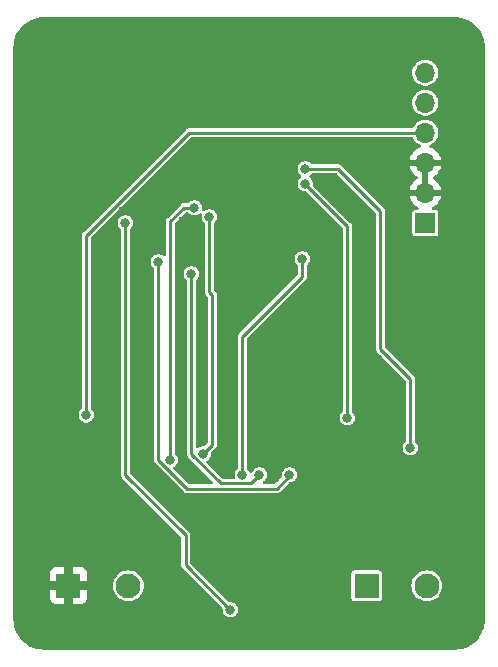
<source format=gbr>
G04 #@! TF.GenerationSoftware,KiCad,Pcbnew,7.0.10*
G04 #@! TF.CreationDate,2024-03-18T19:26:52+01:00*
G04 #@! TF.ProjectId,CanLite,43616e4c-6974-4652-9e6b-696361645f70,rev?*
G04 #@! TF.SameCoordinates,Original*
G04 #@! TF.FileFunction,Copper,L2,Bot*
G04 #@! TF.FilePolarity,Positive*
%FSLAX46Y46*%
G04 Gerber Fmt 4.6, Leading zero omitted, Abs format (unit mm)*
G04 Created by KiCad (PCBNEW 7.0.10) date 2024-03-18 19:26:52*
%MOMM*%
%LPD*%
G01*
G04 APERTURE LIST*
G04 #@! TA.AperFunction,ComponentPad*
%ADD10R,1.700000X1.700000*%
G04 #@! TD*
G04 #@! TA.AperFunction,ComponentPad*
%ADD11O,1.700000X1.700000*%
G04 #@! TD*
G04 #@! TA.AperFunction,ComponentPad*
%ADD12R,2.100000X2.100000*%
G04 #@! TD*
G04 #@! TA.AperFunction,ComponentPad*
%ADD13C,2.100000*%
G04 #@! TD*
G04 #@! TA.AperFunction,ViaPad*
%ADD14C,0.800000*%
G04 #@! TD*
G04 #@! TA.AperFunction,ViaPad*
%ADD15C,0.600000*%
G04 #@! TD*
G04 #@! TA.AperFunction,Conductor*
%ADD16C,0.250000*%
G04 #@! TD*
G04 APERTURE END LIST*
D10*
X136906000Y-68834000D03*
D11*
X136906000Y-66294000D03*
X136906000Y-63754000D03*
X136906000Y-61214000D03*
X136906000Y-58674000D03*
X136906000Y-56134000D03*
D12*
X131950000Y-99568000D03*
D13*
X137030000Y-99568000D03*
D12*
X106680000Y-99568000D03*
D13*
X111760000Y-99568000D03*
D14*
X108204000Y-85100000D03*
D15*
X141000000Y-69750000D03*
X141000000Y-91750000D03*
X141000000Y-79750000D03*
X141000000Y-85750000D03*
X141000000Y-63750000D03*
X141000000Y-61750000D03*
X141000000Y-83750000D03*
X141000000Y-89750000D03*
X141000000Y-77750000D03*
X141000000Y-101750000D03*
X141000000Y-97750000D03*
X141000000Y-67750000D03*
X141000000Y-95750000D03*
X141000000Y-99750000D03*
X141000000Y-73750000D03*
X141000000Y-65750000D03*
X141000000Y-87750000D03*
X141000000Y-93750000D03*
X141000000Y-81750000D03*
X141000000Y-71750000D03*
X111000000Y-103750000D03*
X137000000Y-103750000D03*
X131000000Y-103750000D03*
X135000000Y-103750000D03*
X105000000Y-103750000D03*
X133000000Y-103750000D03*
X140800000Y-103500000D03*
X113000000Y-103750000D03*
X139000000Y-103750000D03*
X129000000Y-103750000D03*
X107000000Y-103750000D03*
X115000000Y-103750000D03*
X109000000Y-103750000D03*
X135750000Y-52250000D03*
X139750000Y-52250000D03*
X133750000Y-52250000D03*
X103000000Y-59750000D03*
X103000000Y-57750000D03*
X103000000Y-55750000D03*
X103000000Y-53750000D03*
X141000000Y-59750000D03*
X141000000Y-55750000D03*
X141000000Y-53750000D03*
X141000000Y-57750000D03*
X111750000Y-60800000D03*
X113750000Y-70750000D03*
X111250000Y-67750000D03*
X108000000Y-60750000D03*
X129600000Y-97300000D03*
X141000000Y-75700000D03*
X129500000Y-76600000D03*
X119500000Y-72500000D03*
X103000000Y-87750000D03*
X110500000Y-77000000D03*
X124200000Y-60300000D03*
X109900000Y-82900000D03*
X111000000Y-60800000D03*
X114250000Y-102000000D03*
X103000000Y-93750000D03*
X109900000Y-83500000D03*
X103000000Y-75750000D03*
X105200000Y-79200000D03*
X114250000Y-99750000D03*
X115100000Y-52700000D03*
X108200000Y-52200000D03*
X104000000Y-79200000D03*
X107100000Y-75000000D03*
X103000000Y-83750000D03*
X103000000Y-99750000D03*
X103000000Y-89750000D03*
X121000000Y-57000000D03*
X106300000Y-52200000D03*
X132200000Y-52700000D03*
X103000000Y-101750000D03*
X109400000Y-52200000D03*
X109900000Y-82300000D03*
X104400000Y-88700000D03*
X103300000Y-103400000D03*
X103000000Y-61750000D03*
X106300000Y-87800000D03*
X103000000Y-69750000D03*
X110900000Y-92800000D03*
X129600000Y-99500000D03*
X103000000Y-85750000D03*
X129600000Y-102000000D03*
X105000000Y-88700000D03*
X103000000Y-91750000D03*
X103000000Y-73750000D03*
X103800000Y-88700000D03*
D14*
X124206000Y-90424000D03*
D15*
X103000000Y-97750000D03*
X114250000Y-97500000D03*
X111600000Y-52200000D03*
X117800000Y-60200000D03*
X104500000Y-52250000D03*
X114250000Y-95250000D03*
X137668000Y-52324000D03*
X109900000Y-84100000D03*
X104600000Y-79200000D03*
X103000000Y-63750000D03*
X121000000Y-63500000D03*
X135500000Y-80300000D03*
X103000000Y-67750000D03*
X103000000Y-95750000D03*
X103000000Y-71750000D03*
X116300000Y-68600000D03*
D14*
X117348000Y-94234000D03*
D15*
X110600000Y-52200000D03*
X103000000Y-77750000D03*
X134200000Y-88600000D03*
X128900000Y-52700000D03*
X103000000Y-65750000D03*
X103000000Y-79750000D03*
X133000000Y-80300000D03*
X109800000Y-86800000D03*
D14*
X122000000Y-75500000D03*
D15*
X103000000Y-81750000D03*
D14*
X130302000Y-85344000D03*
X126746000Y-65532000D03*
X135636000Y-87884000D03*
X126746000Y-64262000D03*
X125405000Y-90170000D03*
X114300000Y-72136000D03*
X122855000Y-90170000D03*
X117094000Y-73152000D03*
X121412000Y-90170000D03*
X126492000Y-71882000D03*
X120396000Y-101600000D03*
X111506000Y-68834000D03*
X118110000Y-88392000D03*
X118618000Y-68326000D03*
X117348000Y-67564000D03*
X115316000Y-88900000D03*
D16*
X136906000Y-61214000D02*
X116902116Y-61214000D01*
X116902116Y-61214000D02*
X108204000Y-69912116D01*
X108204000Y-69912116D02*
X108204000Y-85100000D01*
X130302000Y-85344000D02*
X130302000Y-69088000D01*
X130302000Y-69088000D02*
X126746000Y-65532000D01*
X129549305Y-64262000D02*
X126746000Y-64262000D01*
X133085884Y-79502000D02*
X133085884Y-67798579D01*
X133085884Y-67798579D02*
X129549305Y-64262000D01*
X135636000Y-82052116D02*
X133085884Y-79502000D01*
X135636000Y-87884000D02*
X135636000Y-82052116D01*
X125405000Y-90250305D02*
X124310305Y-91345000D01*
X116735695Y-91345000D02*
X114300000Y-88909305D01*
X124310305Y-91345000D02*
X116735695Y-91345000D01*
X125405000Y-90170000D02*
X125405000Y-90250305D01*
X114300000Y-88909305D02*
X114300000Y-72136000D01*
X117094000Y-88401305D02*
X117094000Y-73152000D01*
X119587695Y-90895000D02*
X117094000Y-88401305D01*
X122855000Y-90170000D02*
X122130000Y-90895000D01*
X122130000Y-90895000D02*
X119587695Y-90895000D01*
X121412000Y-90170000D02*
X121412000Y-78486000D01*
X121412000Y-78486000D02*
X126492000Y-73406000D01*
X126492000Y-73406000D02*
X126492000Y-71882000D01*
X120396000Y-101600000D02*
X116623000Y-97827000D01*
X111506000Y-90170000D02*
X111506000Y-68834000D01*
X116623000Y-97827000D02*
X116623000Y-95287000D01*
X116623000Y-95287000D02*
X111506000Y-90170000D01*
X118872000Y-74930000D02*
X118872000Y-87630000D01*
X118618000Y-68326000D02*
X118618000Y-74676000D01*
X118872000Y-87630000D02*
X118110000Y-88392000D01*
X118618000Y-74676000D02*
X118872000Y-74930000D01*
X116452116Y-67564000D02*
X117348000Y-67564000D01*
X115316000Y-68700116D02*
X116452116Y-67564000D01*
X115316000Y-88900000D02*
X115316000Y-68700116D01*
G04 #@! TA.AperFunction,Conductor*
G36*
X116818763Y-67959502D02*
G01*
X116854339Y-67993926D01*
X116857517Y-67998530D01*
X116975760Y-68103283D01*
X117115635Y-68176696D01*
X117115636Y-68176696D01*
X117115638Y-68176697D01*
X117143240Y-68183500D01*
X117269015Y-68214500D01*
X117269017Y-68214500D01*
X117426983Y-68214500D01*
X117426985Y-68214500D01*
X117580365Y-68176696D01*
X117720240Y-68103283D01*
X117773571Y-68056035D01*
X117837822Y-68025836D01*
X117908203Y-68035167D01*
X117962366Y-68081067D01*
X117983115Y-68148964D01*
X117982204Y-68165536D01*
X117962722Y-68325995D01*
X117962722Y-68326003D01*
X117981761Y-68482815D01*
X117999457Y-68529473D01*
X118037780Y-68630523D01*
X118037781Y-68630525D01*
X118037782Y-68630526D01*
X118037783Y-68630529D01*
X118127516Y-68760529D01*
X118127522Y-68760535D01*
X118200052Y-68824790D01*
X118237778Y-68884934D01*
X118242500Y-68919103D01*
X118242500Y-74623989D01*
X118239818Y-74649846D01*
X118237632Y-74660267D01*
X118241532Y-74691546D01*
X118242495Y-74707057D01*
X118242499Y-74707113D01*
X118245915Y-74727584D01*
X118246665Y-74732732D01*
X118253133Y-74784621D01*
X118255383Y-74792180D01*
X118257934Y-74799611D01*
X118282813Y-74845583D01*
X118285195Y-74850210D01*
X118308173Y-74897210D01*
X118312755Y-74903627D01*
X118317576Y-74909822D01*
X118356069Y-74945257D01*
X118359826Y-74948863D01*
X118459595Y-75048632D01*
X118493621Y-75110944D01*
X118496500Y-75137727D01*
X118496500Y-87422270D01*
X118476498Y-87490391D01*
X118459595Y-87511365D01*
X118266365Y-87704595D01*
X118204053Y-87738621D01*
X118177270Y-87741500D01*
X118031012Y-87741500D01*
X117877638Y-87779302D01*
X117877634Y-87779304D01*
X117737759Y-87852717D01*
X117679053Y-87904726D01*
X117614799Y-87934926D01*
X117544419Y-87925594D01*
X117490256Y-87879693D01*
X117469508Y-87811796D01*
X117469500Y-87810413D01*
X117469500Y-73745103D01*
X117489502Y-73676982D01*
X117511948Y-73650790D01*
X117584477Y-73586535D01*
X117584483Y-73586530D01*
X117665840Y-73468664D01*
X117674216Y-73456529D01*
X117674216Y-73456528D01*
X117674220Y-73456523D01*
X117730237Y-73308818D01*
X117730237Y-73308817D01*
X117730238Y-73308815D01*
X117749278Y-73152003D01*
X117749278Y-73151996D01*
X117730238Y-72995184D01*
X117722392Y-72974498D01*
X117674220Y-72847477D01*
X117674216Y-72847472D01*
X117674216Y-72847470D01*
X117584483Y-72717470D01*
X117584481Y-72717468D01*
X117466240Y-72612717D01*
X117326365Y-72539304D01*
X117326361Y-72539302D01*
X117172987Y-72501500D01*
X117172985Y-72501500D01*
X117015015Y-72501500D01*
X117015012Y-72501500D01*
X116861638Y-72539302D01*
X116861634Y-72539304D01*
X116721759Y-72612717D01*
X116603518Y-72717468D01*
X116603516Y-72717470D01*
X116513783Y-72847470D01*
X116513782Y-72847473D01*
X116457761Y-72995184D01*
X116438722Y-73151996D01*
X116438722Y-73152003D01*
X116457761Y-73308815D01*
X116485771Y-73382670D01*
X116513780Y-73456523D01*
X116513781Y-73456525D01*
X116513782Y-73456526D01*
X116513783Y-73456529D01*
X116603516Y-73586529D01*
X116603522Y-73586535D01*
X116676052Y-73650790D01*
X116713778Y-73710934D01*
X116718500Y-73745103D01*
X116718500Y-88349294D01*
X116715818Y-88375151D01*
X116713632Y-88385572D01*
X116717532Y-88416851D01*
X116718495Y-88432362D01*
X116718499Y-88432418D01*
X116721915Y-88452889D01*
X116722665Y-88458037D01*
X116729133Y-88509926D01*
X116731383Y-88517485D01*
X116733934Y-88524916D01*
X116758813Y-88570888D01*
X116761195Y-88575515D01*
X116784173Y-88622515D01*
X116788755Y-88628932D01*
X116793576Y-88635127D01*
X116832069Y-88670562D01*
X116835826Y-88674168D01*
X118916063Y-90754405D01*
X118950089Y-90816717D01*
X118945024Y-90887532D01*
X118902477Y-90944368D01*
X118835957Y-90969179D01*
X118826968Y-90969500D01*
X116943422Y-90969500D01*
X116875301Y-90949498D01*
X116854327Y-90932595D01*
X115594727Y-89672995D01*
X115560701Y-89610683D01*
X115565766Y-89539868D01*
X115608313Y-89483032D01*
X115625252Y-89472341D01*
X115688240Y-89439283D01*
X115806483Y-89334530D01*
X115896220Y-89204523D01*
X115952237Y-89056818D01*
X115952237Y-89056817D01*
X115952238Y-89056815D01*
X115971278Y-88900003D01*
X115971278Y-88899996D01*
X115952238Y-88743184D01*
X115934544Y-88696529D01*
X115896220Y-88595477D01*
X115896216Y-88595472D01*
X115896216Y-88595470D01*
X115806483Y-88465470D01*
X115806481Y-88465468D01*
X115733947Y-88401209D01*
X115696221Y-88341065D01*
X115691500Y-88306896D01*
X115691500Y-68907843D01*
X115711502Y-68839722D01*
X115728405Y-68818748D01*
X116570748Y-67976405D01*
X116633060Y-67942379D01*
X116659843Y-67939500D01*
X116750642Y-67939500D01*
X116818763Y-67959502D01*
G37*
G04 #@! TD.AperFunction*
G04 #@! TA.AperFunction,Conductor*
G36*
X137160000Y-65860325D02*
G01*
X137048315Y-65809320D01*
X136941763Y-65794000D01*
X136870237Y-65794000D01*
X136763685Y-65809320D01*
X136652000Y-65860325D01*
X136652000Y-64187674D01*
X136763685Y-64238680D01*
X136870237Y-64254000D01*
X136941763Y-64254000D01*
X137048315Y-64238680D01*
X137160000Y-64187674D01*
X137160000Y-65860325D01*
G37*
G04 #@! TD.AperFunction*
G04 #@! TA.AperFunction,Conductor*
G36*
X139403525Y-51425697D02*
G01*
X139681190Y-51441291D01*
X139695226Y-51442872D01*
X139965912Y-51488864D01*
X139979670Y-51492004D01*
X140243507Y-51568014D01*
X140256841Y-51572680D01*
X140510496Y-51677748D01*
X140523226Y-51683879D01*
X140763519Y-51816684D01*
X140775484Y-51824201D01*
X140999404Y-51983081D01*
X141010451Y-51991891D01*
X141215169Y-52174839D01*
X141225160Y-52184830D01*
X141408108Y-52389548D01*
X141416918Y-52400595D01*
X141575798Y-52624515D01*
X141583315Y-52636480D01*
X141716120Y-52876773D01*
X141722251Y-52889503D01*
X141827319Y-53143158D01*
X141831986Y-53156495D01*
X141907993Y-53420321D01*
X141911137Y-53434096D01*
X141957126Y-53704771D01*
X141958708Y-53718812D01*
X141974302Y-53996474D01*
X141974500Y-54003539D01*
X141974500Y-102396460D01*
X141974302Y-102403525D01*
X141958708Y-102681187D01*
X141957126Y-102695228D01*
X141911137Y-102965903D01*
X141907993Y-102979678D01*
X141831986Y-103243504D01*
X141827319Y-103256841D01*
X141722251Y-103510496D01*
X141716120Y-103523226D01*
X141583315Y-103763519D01*
X141575798Y-103775484D01*
X141416918Y-103999404D01*
X141408108Y-104010451D01*
X141225160Y-104215169D01*
X141215169Y-104225160D01*
X141010451Y-104408108D01*
X140999404Y-104416918D01*
X140775484Y-104575798D01*
X140763519Y-104583315D01*
X140523226Y-104716120D01*
X140510496Y-104722251D01*
X140256841Y-104827319D01*
X140243504Y-104831986D01*
X139979678Y-104907993D01*
X139965903Y-104911137D01*
X139695228Y-104957126D01*
X139681187Y-104958708D01*
X139403526Y-104974302D01*
X139396461Y-104974500D01*
X104603539Y-104974500D01*
X104596474Y-104974302D01*
X104318812Y-104958708D01*
X104304771Y-104957126D01*
X104034096Y-104911137D01*
X104020321Y-104907993D01*
X103756495Y-104831986D01*
X103743158Y-104827319D01*
X103489503Y-104722251D01*
X103476773Y-104716120D01*
X103236480Y-104583315D01*
X103224515Y-104575798D01*
X103000595Y-104416918D01*
X102989548Y-104408108D01*
X102784830Y-104225160D01*
X102774839Y-104215169D01*
X102591891Y-104010451D01*
X102583081Y-103999404D01*
X102424201Y-103775484D01*
X102416684Y-103763519D01*
X102283879Y-103523226D01*
X102277748Y-103510496D01*
X102172680Y-103256841D01*
X102168013Y-103243504D01*
X102092004Y-102979670D01*
X102088864Y-102965912D01*
X102042872Y-102695226D01*
X102041291Y-102681187D01*
X102025698Y-102403525D01*
X102025500Y-102396460D01*
X102025500Y-99968000D01*
X105122000Y-99968000D01*
X105122000Y-100666597D01*
X105128505Y-100727093D01*
X105179555Y-100863964D01*
X105179555Y-100863965D01*
X105267095Y-100980904D01*
X105384034Y-101068444D01*
X105520906Y-101119494D01*
X105581402Y-101125999D01*
X105581415Y-101126000D01*
X106280000Y-101126000D01*
X106280000Y-99968000D01*
X105122000Y-99968000D01*
X102025500Y-99968000D01*
X102025500Y-99605886D01*
X106126123Y-99605886D01*
X106156884Y-99753915D01*
X106226442Y-99888156D01*
X106329638Y-99998652D01*
X106458819Y-100077209D01*
X106604404Y-100118000D01*
X106717622Y-100118000D01*
X106829783Y-100102584D01*
X106968458Y-100042349D01*
X107059845Y-99968000D01*
X107080000Y-99968000D01*
X107080000Y-101126000D01*
X107778585Y-101126000D01*
X107778597Y-101125999D01*
X107839093Y-101119494D01*
X107975964Y-101068444D01*
X107975965Y-101068444D01*
X108092904Y-100980904D01*
X108180444Y-100863965D01*
X108180444Y-100863964D01*
X108231494Y-100727093D01*
X108237999Y-100666597D01*
X108238000Y-100666585D01*
X108238000Y-99968000D01*
X107080000Y-99968000D01*
X107059845Y-99968000D01*
X107085739Y-99946934D01*
X107172928Y-99823415D01*
X107223559Y-99680953D01*
X107231285Y-99568000D01*
X110454532Y-99568000D01*
X110474365Y-99794695D01*
X110533260Y-100014493D01*
X110533262Y-100014498D01*
X110629433Y-100220737D01*
X110759948Y-100407134D01*
X110759957Y-100407144D01*
X110920855Y-100568042D01*
X110920865Y-100568051D01*
X111107262Y-100698566D01*
X111107261Y-100698566D01*
X111144089Y-100715739D01*
X111313504Y-100794739D01*
X111533308Y-100853635D01*
X111760000Y-100873468D01*
X111986692Y-100853635D01*
X112206496Y-100794739D01*
X112412734Y-100698568D01*
X112458411Y-100666585D01*
X112599134Y-100568051D01*
X112599136Y-100568048D01*
X112599139Y-100568047D01*
X112760047Y-100407139D01*
X112890568Y-100220734D01*
X112986739Y-100014496D01*
X113045635Y-99794692D01*
X113065468Y-99568000D01*
X113045635Y-99341308D01*
X112986739Y-99121504D01*
X112890568Y-98915266D01*
X112890567Y-98915265D01*
X112890566Y-98915262D01*
X112760051Y-98728865D01*
X112760042Y-98728855D01*
X112599144Y-98567957D01*
X112599134Y-98567948D01*
X112412737Y-98437433D01*
X112412738Y-98437433D01*
X112206498Y-98341262D01*
X112206493Y-98341260D01*
X111986695Y-98282365D01*
X111760000Y-98262532D01*
X111533304Y-98282365D01*
X111313506Y-98341260D01*
X111313501Y-98341262D01*
X111107262Y-98437433D01*
X110920865Y-98567948D01*
X110920855Y-98567957D01*
X110759957Y-98728855D01*
X110759948Y-98728865D01*
X110629433Y-98915262D01*
X110533262Y-99121501D01*
X110533260Y-99121506D01*
X110474365Y-99341304D01*
X110454532Y-99568000D01*
X107231285Y-99568000D01*
X107233877Y-99530114D01*
X107203116Y-99382085D01*
X107133558Y-99247844D01*
X107030362Y-99137348D01*
X106901181Y-99058791D01*
X106755596Y-99018000D01*
X106642378Y-99018000D01*
X106530217Y-99033416D01*
X106391542Y-99093651D01*
X106274261Y-99189066D01*
X106187072Y-99312585D01*
X106136441Y-99455047D01*
X106126123Y-99605886D01*
X102025500Y-99605886D01*
X102025500Y-99168000D01*
X105122000Y-99168000D01*
X106280000Y-99168000D01*
X106280000Y-98010000D01*
X107080000Y-98010000D01*
X107080000Y-99168000D01*
X108238000Y-99168000D01*
X108238000Y-98469414D01*
X108237999Y-98469402D01*
X108231494Y-98408906D01*
X108180444Y-98272035D01*
X108180444Y-98272034D01*
X108092904Y-98155095D01*
X107975965Y-98067555D01*
X107839093Y-98016505D01*
X107778597Y-98010000D01*
X107080000Y-98010000D01*
X106280000Y-98010000D01*
X105581402Y-98010000D01*
X105520906Y-98016505D01*
X105384035Y-98067555D01*
X105384034Y-98067555D01*
X105267095Y-98155095D01*
X105179555Y-98272034D01*
X105179555Y-98272035D01*
X105128505Y-98408906D01*
X105122000Y-98469402D01*
X105122000Y-99168000D01*
X102025500Y-99168000D01*
X102025500Y-85100003D01*
X107548722Y-85100003D01*
X107567761Y-85256815D01*
X107595771Y-85330670D01*
X107623780Y-85404523D01*
X107623781Y-85404525D01*
X107623782Y-85404526D01*
X107623783Y-85404529D01*
X107690245Y-85500815D01*
X107713517Y-85534530D01*
X107831760Y-85639283D01*
X107971635Y-85712696D01*
X107971636Y-85712696D01*
X107971638Y-85712697D01*
X108048325Y-85731598D01*
X108125015Y-85750500D01*
X108125017Y-85750500D01*
X108282983Y-85750500D01*
X108282985Y-85750500D01*
X108436365Y-85712696D01*
X108576240Y-85639283D01*
X108694483Y-85534530D01*
X108784220Y-85404523D01*
X108840237Y-85256818D01*
X108840237Y-85256817D01*
X108840238Y-85256815D01*
X108859278Y-85100003D01*
X108859278Y-85099996D01*
X108840238Y-84943184D01*
X108827451Y-84909468D01*
X108784220Y-84795477D01*
X108784216Y-84795472D01*
X108784216Y-84795470D01*
X108694483Y-84665470D01*
X108694481Y-84665468D01*
X108621947Y-84601209D01*
X108584221Y-84541065D01*
X108579500Y-84506896D01*
X108579500Y-70119843D01*
X108599502Y-70051722D01*
X108616405Y-70030748D01*
X109813150Y-68834003D01*
X110850722Y-68834003D01*
X110869761Y-68990815D01*
X110887054Y-69036411D01*
X110925780Y-69138523D01*
X110925781Y-69138525D01*
X110925782Y-69138526D01*
X110925783Y-69138529D01*
X111015516Y-69268529D01*
X111015522Y-69268535D01*
X111088052Y-69332790D01*
X111125778Y-69392934D01*
X111130500Y-69427103D01*
X111130500Y-90117989D01*
X111127818Y-90143846D01*
X111125632Y-90154267D01*
X111129532Y-90185546D01*
X111130495Y-90201057D01*
X111130499Y-90201113D01*
X111133915Y-90221584D01*
X111134665Y-90226732D01*
X111141133Y-90278621D01*
X111143383Y-90286180D01*
X111145934Y-90293611D01*
X111170813Y-90339583D01*
X111173195Y-90344210D01*
X111196173Y-90391210D01*
X111200755Y-90397627D01*
X111205576Y-90403822D01*
X111244069Y-90439257D01*
X111247826Y-90442863D01*
X116210595Y-95405632D01*
X116244621Y-95467944D01*
X116247500Y-95494727D01*
X116247500Y-97774989D01*
X116244818Y-97800846D01*
X116242632Y-97811267D01*
X116246532Y-97842546D01*
X116247495Y-97858057D01*
X116247499Y-97858113D01*
X116250915Y-97878584D01*
X116251665Y-97883732D01*
X116258133Y-97935621D01*
X116260383Y-97943180D01*
X116262934Y-97950611D01*
X116287813Y-97996583D01*
X116290195Y-98001210D01*
X116313173Y-98048210D01*
X116317755Y-98054627D01*
X116322576Y-98060822D01*
X116361069Y-98096257D01*
X116364826Y-98099863D01*
X119710793Y-101445830D01*
X119744819Y-101508142D01*
X119746779Y-101550112D01*
X119740722Y-101599997D01*
X119740722Y-101600003D01*
X119759761Y-101756815D01*
X119787771Y-101830670D01*
X119815780Y-101904523D01*
X119815781Y-101904525D01*
X119815782Y-101904526D01*
X119815783Y-101904529D01*
X119905516Y-102034529D01*
X119905517Y-102034530D01*
X120023760Y-102139283D01*
X120163635Y-102212696D01*
X120163636Y-102212696D01*
X120163638Y-102212697D01*
X120240325Y-102231598D01*
X120317015Y-102250500D01*
X120317017Y-102250500D01*
X120474983Y-102250500D01*
X120474985Y-102250500D01*
X120628365Y-102212696D01*
X120768240Y-102139283D01*
X120886483Y-102034530D01*
X120976220Y-101904523D01*
X121032237Y-101756818D01*
X121032237Y-101756817D01*
X121032238Y-101756815D01*
X121051278Y-101600003D01*
X121051278Y-101599996D01*
X121032238Y-101443184D01*
X121024392Y-101422498D01*
X120976220Y-101295477D01*
X120976216Y-101295472D01*
X120976216Y-101295470D01*
X120886483Y-101165470D01*
X120886481Y-101165468D01*
X120768240Y-101060717D01*
X120628365Y-100987304D01*
X120628361Y-100987302D01*
X120474987Y-100949500D01*
X120474985Y-100949500D01*
X120328728Y-100949500D01*
X120260607Y-100929498D01*
X120239633Y-100912595D01*
X119969715Y-100642677D01*
X130649500Y-100642677D01*
X130664033Y-100715739D01*
X130664034Y-100715740D01*
X130719399Y-100798601D01*
X130802260Y-100853966D01*
X130875326Y-100868500D01*
X133024674Y-100868500D01*
X133097740Y-100853966D01*
X133180601Y-100798601D01*
X133235966Y-100715740D01*
X133250500Y-100642674D01*
X133250500Y-99568000D01*
X135724532Y-99568000D01*
X135744365Y-99794695D01*
X135803260Y-100014493D01*
X135803262Y-100014498D01*
X135899433Y-100220737D01*
X136029948Y-100407134D01*
X136029957Y-100407144D01*
X136190855Y-100568042D01*
X136190865Y-100568051D01*
X136377262Y-100698566D01*
X136377261Y-100698566D01*
X136414089Y-100715739D01*
X136583504Y-100794739D01*
X136803308Y-100853635D01*
X137030000Y-100873468D01*
X137256692Y-100853635D01*
X137476496Y-100794739D01*
X137682734Y-100698568D01*
X137728411Y-100666585D01*
X137869134Y-100568051D01*
X137869136Y-100568048D01*
X137869139Y-100568047D01*
X138030047Y-100407139D01*
X138160568Y-100220734D01*
X138256739Y-100014496D01*
X138315635Y-99794692D01*
X138335468Y-99568000D01*
X138315635Y-99341308D01*
X138256739Y-99121504D01*
X138160568Y-98915266D01*
X138160567Y-98915265D01*
X138160566Y-98915262D01*
X138030051Y-98728865D01*
X138030042Y-98728855D01*
X137869144Y-98567957D01*
X137869134Y-98567948D01*
X137682737Y-98437433D01*
X137682738Y-98437433D01*
X137476498Y-98341262D01*
X137476493Y-98341260D01*
X137256695Y-98282365D01*
X137030000Y-98262532D01*
X136803304Y-98282365D01*
X136583506Y-98341260D01*
X136583501Y-98341262D01*
X136377262Y-98437433D01*
X136190865Y-98567948D01*
X136190855Y-98567957D01*
X136029957Y-98728855D01*
X136029948Y-98728865D01*
X135899433Y-98915262D01*
X135803262Y-99121501D01*
X135803260Y-99121506D01*
X135744365Y-99341304D01*
X135724532Y-99568000D01*
X133250500Y-99568000D01*
X133250500Y-98493326D01*
X133235966Y-98420260D01*
X133180601Y-98337399D01*
X133125235Y-98300405D01*
X133097739Y-98282033D01*
X133024677Y-98267500D01*
X133024674Y-98267500D01*
X130875326Y-98267500D01*
X130875322Y-98267500D01*
X130802260Y-98282033D01*
X130719399Y-98337399D01*
X130664033Y-98420260D01*
X130649500Y-98493322D01*
X130649500Y-100642677D01*
X119969715Y-100642677D01*
X117035405Y-97708367D01*
X117001379Y-97646055D01*
X116998500Y-97619272D01*
X116998500Y-95339010D01*
X117001181Y-95313155D01*
X117003367Y-95302732D01*
X116999467Y-95271450D01*
X116998503Y-95255929D01*
X116998501Y-95255894D01*
X116998500Y-95255886D01*
X116995084Y-95235417D01*
X116994337Y-95230287D01*
X116987866Y-95178378D01*
X116987866Y-95178374D01*
X116987862Y-95178367D01*
X116985624Y-95170845D01*
X116983065Y-95163392D01*
X116983065Y-95163390D01*
X116958176Y-95117399D01*
X116955803Y-95112787D01*
X116932827Y-95065790D01*
X116928248Y-95059377D01*
X116923422Y-95053177D01*
X116884929Y-95017741D01*
X116881172Y-95014135D01*
X111918405Y-90051367D01*
X111884379Y-89989055D01*
X111881500Y-89962272D01*
X111881500Y-72136003D01*
X113644722Y-72136003D01*
X113663761Y-72292815D01*
X113691771Y-72366670D01*
X113719780Y-72440523D01*
X113719781Y-72440525D01*
X113719782Y-72440526D01*
X113719783Y-72440529D01*
X113809516Y-72570529D01*
X113809522Y-72570535D01*
X113882052Y-72634790D01*
X113919778Y-72694934D01*
X113924500Y-72729103D01*
X113924500Y-88857294D01*
X113921818Y-88883151D01*
X113919632Y-88893572D01*
X113923532Y-88924851D01*
X113924495Y-88940362D01*
X113924499Y-88940418D01*
X113927915Y-88960889D01*
X113928665Y-88966037D01*
X113935133Y-89017926D01*
X113937383Y-89025485D01*
X113939934Y-89032916D01*
X113964813Y-89078888D01*
X113967195Y-89083515D01*
X113990173Y-89130515D01*
X113994755Y-89136932D01*
X113999576Y-89143127D01*
X114038068Y-89178561D01*
X114041825Y-89182167D01*
X116433397Y-91573740D01*
X116449784Y-91593918D01*
X116455610Y-91602836D01*
X116480486Y-91622197D01*
X116492113Y-91632465D01*
X116492181Y-91632524D01*
X116509070Y-91644581D01*
X116513237Y-91647687D01*
X116554506Y-91679809D01*
X116554513Y-91679811D01*
X116561437Y-91683559D01*
X116568493Y-91687008D01*
X116568496Y-91687010D01*
X116618628Y-91701934D01*
X116623538Y-91703507D01*
X116673035Y-91720500D01*
X116673036Y-91720500D01*
X116680776Y-91721792D01*
X116688607Y-91722768D01*
X116740839Y-91720607D01*
X116746046Y-91720500D01*
X124258294Y-91720500D01*
X124284152Y-91723181D01*
X124294573Y-91725367D01*
X124325853Y-91721467D01*
X124341333Y-91720506D01*
X124341401Y-91720500D01*
X124341419Y-91720500D01*
X124361894Y-91717082D01*
X124366983Y-91716340D01*
X124418931Y-91709866D01*
X124418932Y-91709865D01*
X124418935Y-91709865D01*
X124426441Y-91707630D01*
X124433911Y-91705065D01*
X124433915Y-91705065D01*
X124479944Y-91680154D01*
X124484460Y-91677829D01*
X124531516Y-91654826D01*
X124531520Y-91654822D01*
X124537908Y-91650261D01*
X124544129Y-91645420D01*
X124544131Y-91645419D01*
X124544903Y-91644581D01*
X124579551Y-91606942D01*
X124583134Y-91603206D01*
X125328938Y-90857404D01*
X125391250Y-90823379D01*
X125418033Y-90820500D01*
X125483983Y-90820500D01*
X125483985Y-90820500D01*
X125637365Y-90782696D01*
X125777240Y-90709283D01*
X125895483Y-90604530D01*
X125985220Y-90474523D01*
X126041237Y-90326818D01*
X126041237Y-90326817D01*
X126041238Y-90326815D01*
X126060278Y-90170003D01*
X126060278Y-90169996D01*
X126041238Y-90013184D01*
X126008688Y-89927358D01*
X125985220Y-89865477D01*
X125985216Y-89865472D01*
X125985216Y-89865470D01*
X125895483Y-89735470D01*
X125895481Y-89735468D01*
X125777240Y-89630717D01*
X125637365Y-89557304D01*
X125637361Y-89557302D01*
X125483987Y-89519500D01*
X125483985Y-89519500D01*
X125326015Y-89519500D01*
X125326012Y-89519500D01*
X125172638Y-89557302D01*
X125172634Y-89557304D01*
X125032759Y-89630717D01*
X124914518Y-89735468D01*
X124914516Y-89735470D01*
X124824783Y-89865470D01*
X124824782Y-89865473D01*
X124768761Y-90013184D01*
X124749722Y-90169996D01*
X124749722Y-90170003D01*
X124764473Y-90291495D01*
X124752828Y-90361530D01*
X124728488Y-90395777D01*
X124191672Y-90932595D01*
X124129359Y-90966620D01*
X124102576Y-90969500D01*
X123242640Y-90969500D01*
X123174519Y-90949498D01*
X123128026Y-90895842D01*
X123117922Y-90825568D01*
X123147416Y-90760988D01*
X123184082Y-90731933D01*
X123227240Y-90709283D01*
X123345483Y-90604530D01*
X123435220Y-90474523D01*
X123491237Y-90326818D01*
X123491237Y-90326817D01*
X123491238Y-90326815D01*
X123510278Y-90170003D01*
X123510278Y-90169996D01*
X123491238Y-90013184D01*
X123458688Y-89927358D01*
X123435220Y-89865477D01*
X123435216Y-89865472D01*
X123435216Y-89865470D01*
X123345483Y-89735470D01*
X123345481Y-89735468D01*
X123227240Y-89630717D01*
X123087365Y-89557304D01*
X123087361Y-89557302D01*
X122933987Y-89519500D01*
X122933985Y-89519500D01*
X122776015Y-89519500D01*
X122776012Y-89519500D01*
X122622638Y-89557302D01*
X122622634Y-89557304D01*
X122482759Y-89630717D01*
X122364518Y-89735468D01*
X122364516Y-89735470D01*
X122274783Y-89865470D01*
X122274782Y-89865473D01*
X122251312Y-89927358D01*
X122208453Y-89983959D01*
X122141798Y-90008403D01*
X122072507Y-89992931D01*
X122022582Y-89942453D01*
X122015688Y-89927358D01*
X121992220Y-89865477D01*
X121992216Y-89865472D01*
X121992216Y-89865470D01*
X121902483Y-89735470D01*
X121902481Y-89735468D01*
X121829947Y-89671209D01*
X121792221Y-89611065D01*
X121787500Y-89576896D01*
X121787500Y-78693727D01*
X121807502Y-78625606D01*
X121824405Y-78604632D01*
X122245332Y-78183705D01*
X126720746Y-73708290D01*
X126740919Y-73691909D01*
X126749836Y-73686084D01*
X126769198Y-73661206D01*
X126779485Y-73649559D01*
X126779519Y-73649519D01*
X126779520Y-73649518D01*
X126791589Y-73632611D01*
X126794662Y-73628488D01*
X126826809Y-73587189D01*
X126826811Y-73587181D01*
X126830556Y-73580263D01*
X126834006Y-73573203D01*
X126834010Y-73573199D01*
X126848937Y-73523056D01*
X126850512Y-73518143D01*
X126867500Y-73468660D01*
X126867500Y-73468652D01*
X126868794Y-73460899D01*
X126869768Y-73453087D01*
X126867608Y-73400856D01*
X126867500Y-73395649D01*
X126867500Y-72475103D01*
X126887502Y-72406982D01*
X126909948Y-72380790D01*
X126982477Y-72316535D01*
X126982483Y-72316530D01*
X127072220Y-72186523D01*
X127128237Y-72038818D01*
X127128237Y-72038817D01*
X127128238Y-72038815D01*
X127147278Y-71882003D01*
X127147278Y-71881996D01*
X127128238Y-71725184D01*
X127106940Y-71669027D01*
X127072220Y-71577477D01*
X127072216Y-71577472D01*
X127072216Y-71577470D01*
X126982483Y-71447470D01*
X126982481Y-71447468D01*
X126864240Y-71342717D01*
X126724365Y-71269304D01*
X126724361Y-71269302D01*
X126570987Y-71231500D01*
X126570985Y-71231500D01*
X126413015Y-71231500D01*
X126413012Y-71231500D01*
X126259638Y-71269302D01*
X126259634Y-71269304D01*
X126119759Y-71342717D01*
X126001518Y-71447468D01*
X126001516Y-71447470D01*
X125911783Y-71577470D01*
X125911782Y-71577473D01*
X125911781Y-71577475D01*
X125911780Y-71577477D01*
X125896091Y-71618844D01*
X125855761Y-71725184D01*
X125836722Y-71881996D01*
X125836722Y-71882003D01*
X125855761Y-72038815D01*
X125883771Y-72112670D01*
X125911780Y-72186523D01*
X125911781Y-72186525D01*
X125911782Y-72186526D01*
X125911783Y-72186529D01*
X126001516Y-72316529D01*
X126001522Y-72316535D01*
X126074052Y-72380790D01*
X126111778Y-72440934D01*
X126116500Y-72475103D01*
X126116500Y-73198271D01*
X126096498Y-73266392D01*
X126079595Y-73287366D01*
X121183255Y-78183705D01*
X121163080Y-78200090D01*
X121154166Y-78205914D01*
X121154165Y-78205915D01*
X121134797Y-78230797D01*
X121124489Y-78242472D01*
X121124481Y-78242479D01*
X121124478Y-78242482D01*
X121112417Y-78259375D01*
X121109308Y-78263546D01*
X121077190Y-78304811D01*
X121073448Y-78311726D01*
X121069988Y-78318804D01*
X121055075Y-78368895D01*
X121053488Y-78373849D01*
X121036499Y-78423339D01*
X121035209Y-78431073D01*
X121034231Y-78438915D01*
X121036392Y-78491142D01*
X121036500Y-78496350D01*
X121036500Y-89576896D01*
X121016498Y-89645017D01*
X120994053Y-89671209D01*
X120921518Y-89735468D01*
X120921516Y-89735470D01*
X120831783Y-89865470D01*
X120831782Y-89865473D01*
X120775761Y-90013184D01*
X120756722Y-90169996D01*
X120756722Y-90170003D01*
X120775761Y-90326815D01*
X120784107Y-90348819D01*
X120789561Y-90419606D01*
X120755879Y-90482104D01*
X120693755Y-90516471D01*
X120666295Y-90519500D01*
X119795422Y-90519500D01*
X119727301Y-90499498D01*
X119706327Y-90482595D01*
X118388727Y-89164995D01*
X118354701Y-89102683D01*
X118359766Y-89031868D01*
X118402313Y-88975032D01*
X118419252Y-88964341D01*
X118482240Y-88931283D01*
X118600483Y-88826530D01*
X118690220Y-88696523D01*
X118746237Y-88548818D01*
X118746237Y-88548817D01*
X118746238Y-88548815D01*
X118765278Y-88392002D01*
X118765278Y-88391999D01*
X118759220Y-88342113D01*
X118770864Y-88272078D01*
X118795203Y-88237832D01*
X119100742Y-87932293D01*
X119120918Y-87915909D01*
X119129836Y-87910084D01*
X119149199Y-87885204D01*
X119159471Y-87873574D01*
X119159514Y-87873522D01*
X119159520Y-87873517D01*
X119171584Y-87856618D01*
X119174663Y-87852488D01*
X119206809Y-87811189D01*
X119206810Y-87811185D01*
X119210554Y-87804266D01*
X119214006Y-87797203D01*
X119214010Y-87797199D01*
X119228937Y-87747056D01*
X119230512Y-87742143D01*
X119231721Y-87738621D01*
X119247500Y-87692660D01*
X119247500Y-87692652D01*
X119248794Y-87684899D01*
X119249768Y-87677087D01*
X119247608Y-87624856D01*
X119247500Y-87619649D01*
X119247500Y-74982010D01*
X119250181Y-74956154D01*
X119252367Y-74945732D01*
X119248467Y-74914451D01*
X119247503Y-74898929D01*
X119247501Y-74898894D01*
X119247220Y-74897210D01*
X119244084Y-74878417D01*
X119243337Y-74873287D01*
X119236866Y-74821378D01*
X119236866Y-74821374D01*
X119236862Y-74821367D01*
X119234624Y-74813845D01*
X119232065Y-74806392D01*
X119232065Y-74806390D01*
X119207176Y-74760399D01*
X119204803Y-74755787D01*
X119181827Y-74708790D01*
X119177248Y-74702377D01*
X119172422Y-74696177D01*
X119167391Y-74691546D01*
X119133943Y-74660754D01*
X119130185Y-74657148D01*
X119030404Y-74557366D01*
X118996379Y-74495054D01*
X118993500Y-74468271D01*
X118993500Y-68919103D01*
X119013502Y-68850982D01*
X119035948Y-68824790D01*
X119108477Y-68760535D01*
X119108483Y-68760530D01*
X119198220Y-68630523D01*
X119254237Y-68482818D01*
X119254237Y-68482817D01*
X119254238Y-68482815D01*
X119273278Y-68326003D01*
X119273278Y-68325996D01*
X119254238Y-68169184D01*
X119246392Y-68148498D01*
X119198220Y-68021477D01*
X119198216Y-68021472D01*
X119198216Y-68021470D01*
X119108483Y-67891470D01*
X119108481Y-67891468D01*
X118990240Y-67786717D01*
X118850365Y-67713304D01*
X118850361Y-67713302D01*
X118696987Y-67675500D01*
X118696985Y-67675500D01*
X118539015Y-67675500D01*
X118539012Y-67675500D01*
X118385638Y-67713302D01*
X118385634Y-67713304D01*
X118245757Y-67786718D01*
X118245756Y-67786719D01*
X118192428Y-67833963D01*
X118128175Y-67864163D01*
X118057794Y-67854831D01*
X118003632Y-67808930D01*
X117982884Y-67741032D01*
X117983795Y-67724463D01*
X118003278Y-67564003D01*
X118003278Y-67563996D01*
X117984238Y-67407184D01*
X117976392Y-67386498D01*
X117928220Y-67259477D01*
X117928216Y-67259472D01*
X117928216Y-67259470D01*
X117838483Y-67129470D01*
X117838481Y-67129468D01*
X117720240Y-67024717D01*
X117580365Y-66951304D01*
X117580361Y-66951302D01*
X117426987Y-66913500D01*
X117426985Y-66913500D01*
X117269015Y-66913500D01*
X117269012Y-66913500D01*
X117115638Y-66951302D01*
X117115634Y-66951304D01*
X116975759Y-67024717D01*
X116857517Y-67129469D01*
X116854340Y-67134073D01*
X116799184Y-67178774D01*
X116750642Y-67188500D01*
X116504127Y-67188500D01*
X116478269Y-67185818D01*
X116474917Y-67185115D01*
X116467845Y-67183632D01*
X116439458Y-67187171D01*
X116436566Y-67187532D01*
X116421038Y-67188496D01*
X116420993Y-67188500D01*
X116400530Y-67191914D01*
X116395385Y-67192664D01*
X116343494Y-67199133D01*
X116343491Y-67199133D01*
X116343490Y-67199134D01*
X116343489Y-67199134D01*
X116335945Y-67201380D01*
X116328506Y-67203934D01*
X116282529Y-67228814D01*
X116277908Y-67231193D01*
X116230906Y-67254173D01*
X116224504Y-67258743D01*
X116218290Y-67263580D01*
X116182857Y-67302069D01*
X116179254Y-67305823D01*
X115087255Y-68397821D01*
X115067080Y-68414206D01*
X115058166Y-68420030D01*
X115058165Y-68420031D01*
X115038797Y-68444913D01*
X115028489Y-68456588D01*
X115028481Y-68456595D01*
X115028478Y-68456598D01*
X115016417Y-68473491D01*
X115013308Y-68477662D01*
X114981190Y-68518927D01*
X114977448Y-68525842D01*
X114973988Y-68532920D01*
X114959075Y-68583011D01*
X114957488Y-68587965D01*
X114940499Y-68637455D01*
X114939209Y-68645189D01*
X114938231Y-68653031D01*
X114940392Y-68705258D01*
X114940500Y-68710466D01*
X114940500Y-71554413D01*
X114920498Y-71622534D01*
X114866842Y-71669027D01*
X114796568Y-71679131D01*
X114731988Y-71649637D01*
X114730947Y-71648726D01*
X114672240Y-71596717D01*
X114532365Y-71523304D01*
X114532361Y-71523302D01*
X114378987Y-71485500D01*
X114378985Y-71485500D01*
X114221015Y-71485500D01*
X114221012Y-71485500D01*
X114067638Y-71523302D01*
X114067634Y-71523304D01*
X113927759Y-71596717D01*
X113809518Y-71701468D01*
X113809516Y-71701470D01*
X113719783Y-71831470D01*
X113719782Y-71831473D01*
X113663761Y-71979184D01*
X113644722Y-72135996D01*
X113644722Y-72136003D01*
X111881500Y-72136003D01*
X111881500Y-69427103D01*
X111901502Y-69358982D01*
X111923948Y-69332790D01*
X111977498Y-69285348D01*
X111996483Y-69268530D01*
X112086220Y-69138523D01*
X112142237Y-68990818D01*
X112142237Y-68990817D01*
X112142238Y-68990815D01*
X112161278Y-68834003D01*
X112161278Y-68833996D01*
X112142238Y-68677184D01*
X112127171Y-68637456D01*
X112086220Y-68529477D01*
X112086216Y-68529472D01*
X112086216Y-68529470D01*
X111996483Y-68399470D01*
X111996481Y-68399468D01*
X111878240Y-68294717D01*
X111738365Y-68221304D01*
X111738361Y-68221302D01*
X111584987Y-68183500D01*
X111584985Y-68183500D01*
X111427015Y-68183500D01*
X111427012Y-68183500D01*
X111273638Y-68221302D01*
X111273634Y-68221304D01*
X111133759Y-68294717D01*
X111015518Y-68399468D01*
X111015516Y-68399470D01*
X110925783Y-68529470D01*
X110925782Y-68529473D01*
X110925781Y-68529475D01*
X110925780Y-68529477D01*
X110910091Y-68570844D01*
X110869761Y-68677184D01*
X110850722Y-68833996D01*
X110850722Y-68834003D01*
X109813150Y-68834003D01*
X113115150Y-65532003D01*
X126090722Y-65532003D01*
X126109761Y-65688815D01*
X126137771Y-65762670D01*
X126165780Y-65836523D01*
X126165781Y-65836525D01*
X126165782Y-65836526D01*
X126165783Y-65836529D01*
X126253220Y-65963202D01*
X126255517Y-65966530D01*
X126373760Y-66071283D01*
X126513635Y-66144696D01*
X126513636Y-66144696D01*
X126513638Y-66144697D01*
X126590325Y-66163598D01*
X126667015Y-66182500D01*
X126667017Y-66182500D01*
X126813273Y-66182500D01*
X126881394Y-66202502D01*
X126902368Y-66219405D01*
X129889595Y-69206632D01*
X129923621Y-69268944D01*
X129926500Y-69295727D01*
X129926500Y-84750896D01*
X129906498Y-84819017D01*
X129884053Y-84845209D01*
X129811518Y-84909468D01*
X129811516Y-84909470D01*
X129721783Y-85039470D01*
X129721782Y-85039473D01*
X129665761Y-85187184D01*
X129646722Y-85343996D01*
X129646722Y-85344003D01*
X129665761Y-85500815D01*
X129693771Y-85574670D01*
X129721780Y-85648523D01*
X129721781Y-85648525D01*
X129721782Y-85648526D01*
X129721783Y-85648529D01*
X129792169Y-85750500D01*
X129811517Y-85778530D01*
X129929760Y-85883283D01*
X130069635Y-85956696D01*
X130069636Y-85956696D01*
X130069638Y-85956697D01*
X130146325Y-85975598D01*
X130223015Y-85994500D01*
X130223017Y-85994500D01*
X130380983Y-85994500D01*
X130380985Y-85994500D01*
X130534365Y-85956696D01*
X130674240Y-85883283D01*
X130792483Y-85778530D01*
X130882220Y-85648523D01*
X130938237Y-85500818D01*
X130938237Y-85500817D01*
X130938238Y-85500815D01*
X130957278Y-85344003D01*
X130957278Y-85343996D01*
X130938238Y-85187184D01*
X130905173Y-85100000D01*
X130882220Y-85039477D01*
X130882216Y-85039472D01*
X130882216Y-85039470D01*
X130792483Y-84909470D01*
X130792481Y-84909468D01*
X130719947Y-84845209D01*
X130682221Y-84785065D01*
X130677500Y-84750896D01*
X130677500Y-69140009D01*
X130680181Y-69114153D01*
X130682367Y-69103731D01*
X130678468Y-69072452D01*
X130677504Y-69056932D01*
X130677500Y-69056889D01*
X130677500Y-69056886D01*
X130674083Y-69036411D01*
X130673336Y-69031291D01*
X130666865Y-68979374D01*
X130666863Y-68979371D01*
X130664619Y-68971833D01*
X130662064Y-68964388D01*
X130637184Y-68918414D01*
X130634801Y-68913784D01*
X130611825Y-68866786D01*
X130607269Y-68860405D01*
X130602421Y-68854176D01*
X130598951Y-68850982D01*
X130563937Y-68818748D01*
X130560185Y-68815147D01*
X127431206Y-65686168D01*
X127397180Y-65623856D01*
X127395220Y-65581889D01*
X127401278Y-65532000D01*
X127401278Y-65531996D01*
X127382238Y-65375184D01*
X127350487Y-65291465D01*
X127326220Y-65227477D01*
X127326216Y-65227472D01*
X127326216Y-65227470D01*
X127236483Y-65097470D01*
X127236481Y-65097468D01*
X127116655Y-64991313D01*
X127078929Y-64931169D01*
X127079709Y-64860177D01*
X127116655Y-64802687D01*
X127118240Y-64801283D01*
X127236483Y-64696530D01*
X127239660Y-64691926D01*
X127294816Y-64647226D01*
X127343358Y-64637500D01*
X129341578Y-64637500D01*
X129409699Y-64657502D01*
X129430673Y-64674405D01*
X132673479Y-67917211D01*
X132707505Y-67979523D01*
X132710384Y-68006306D01*
X132710384Y-79449989D01*
X132707702Y-79475846D01*
X132705516Y-79486267D01*
X132709416Y-79517546D01*
X132710379Y-79533057D01*
X132710383Y-79533113D01*
X132713799Y-79553584D01*
X132714549Y-79558732D01*
X132721017Y-79610621D01*
X132723267Y-79618180D01*
X132725818Y-79625611D01*
X132750697Y-79671583D01*
X132753079Y-79676210D01*
X132776057Y-79723210D01*
X132780639Y-79729627D01*
X132785460Y-79735822D01*
X132823953Y-79771257D01*
X132827710Y-79774863D01*
X135223595Y-82170748D01*
X135257621Y-82233060D01*
X135260500Y-82259843D01*
X135260500Y-87290896D01*
X135240498Y-87359017D01*
X135218053Y-87385209D01*
X135145518Y-87449468D01*
X135145516Y-87449470D01*
X135055783Y-87579470D01*
X135055782Y-87579473D01*
X134999761Y-87727184D01*
X134980722Y-87883996D01*
X134980722Y-87884003D01*
X134999761Y-88040815D01*
X135017458Y-88087477D01*
X135055780Y-88188523D01*
X135055781Y-88188525D01*
X135055782Y-88188526D01*
X135055783Y-88188529D01*
X135145516Y-88318529D01*
X135145518Y-88318531D01*
X135196397Y-88363605D01*
X135263760Y-88423283D01*
X135403635Y-88496696D01*
X135403636Y-88496696D01*
X135403638Y-88496697D01*
X135480325Y-88515598D01*
X135557015Y-88534500D01*
X135557017Y-88534500D01*
X135714983Y-88534500D01*
X135714985Y-88534500D01*
X135868365Y-88496696D01*
X136008240Y-88423283D01*
X136126483Y-88318530D01*
X136216220Y-88188523D01*
X136272237Y-88040818D01*
X136272237Y-88040817D01*
X136272238Y-88040815D01*
X136291278Y-87884003D01*
X136291278Y-87883996D01*
X136272238Y-87727184D01*
X136259146Y-87692664D01*
X136216220Y-87579477D01*
X136216216Y-87579472D01*
X136216216Y-87579470D01*
X136126483Y-87449470D01*
X136126481Y-87449468D01*
X136053947Y-87385209D01*
X136016221Y-87325065D01*
X136011500Y-87290896D01*
X136011500Y-82104126D01*
X136014181Y-82078271D01*
X136016367Y-82067848D01*
X136012467Y-82036566D01*
X136011504Y-82021051D01*
X136011500Y-82021010D01*
X136011500Y-82021002D01*
X136008077Y-82000494D01*
X136007341Y-81995445D01*
X136000866Y-81943491D01*
X136000865Y-81943489D01*
X136000865Y-81943487D01*
X135998623Y-81935958D01*
X135996066Y-81928508D01*
X135971188Y-81882539D01*
X135968804Y-81877907D01*
X135945825Y-81830903D01*
X135941258Y-81824507D01*
X135936421Y-81818292D01*
X135897930Y-81782857D01*
X135894174Y-81779252D01*
X133498289Y-79383367D01*
X133464263Y-79321055D01*
X133461384Y-79294272D01*
X133461384Y-67850589D01*
X133464065Y-67824733D01*
X133466251Y-67814311D01*
X133462351Y-67783030D01*
X133461387Y-67767508D01*
X133461385Y-67767473D01*
X133458141Y-67748034D01*
X133457968Y-67746996D01*
X133457221Y-67741866D01*
X133450750Y-67689957D01*
X133450750Y-67689953D01*
X133450746Y-67689946D01*
X133448508Y-67682424D01*
X133445949Y-67674971D01*
X133445949Y-67674969D01*
X133421060Y-67628978D01*
X133418687Y-67624366D01*
X133395711Y-67577369D01*
X133391132Y-67570956D01*
X133386306Y-67564756D01*
X133385480Y-67563996D01*
X133347813Y-67529320D01*
X133344056Y-67525714D01*
X129851601Y-64033258D01*
X129835214Y-64013080D01*
X129829388Y-64004163D01*
X129823855Y-63999856D01*
X129804509Y-63984799D01*
X129792886Y-63974534D01*
X129792826Y-63974483D01*
X129792823Y-63974480D01*
X129790416Y-63972761D01*
X129775928Y-63962417D01*
X129771755Y-63959305D01*
X129730493Y-63927190D01*
X129723582Y-63923450D01*
X129716505Y-63919990D01*
X129666379Y-63905066D01*
X129661438Y-63903483D01*
X129611965Y-63886500D01*
X129611963Y-63886500D01*
X129611960Y-63886499D01*
X129604219Y-63885207D01*
X129596392Y-63884231D01*
X129544161Y-63886392D01*
X129538954Y-63886500D01*
X127343358Y-63886500D01*
X127275237Y-63866498D01*
X127239660Y-63832073D01*
X127236482Y-63827469D01*
X127118240Y-63722717D01*
X126978365Y-63649304D01*
X126978361Y-63649302D01*
X126824987Y-63611500D01*
X126824985Y-63611500D01*
X126667015Y-63611500D01*
X126667012Y-63611500D01*
X126513638Y-63649302D01*
X126513634Y-63649304D01*
X126373759Y-63722717D01*
X126255518Y-63827468D01*
X126255516Y-63827470D01*
X126165783Y-63957470D01*
X126165782Y-63957473D01*
X126165781Y-63957475D01*
X126165780Y-63957477D01*
X126150091Y-63998844D01*
X126109761Y-64105184D01*
X126090722Y-64261996D01*
X126090722Y-64262003D01*
X126109761Y-64418815D01*
X126137771Y-64492670D01*
X126165780Y-64566523D01*
X126165781Y-64566525D01*
X126165782Y-64566526D01*
X126165783Y-64566529D01*
X126255516Y-64696529D01*
X126255518Y-64696531D01*
X126375344Y-64802687D01*
X126413070Y-64862831D01*
X126412290Y-64933824D01*
X126375344Y-64991313D01*
X126255518Y-65097468D01*
X126255516Y-65097470D01*
X126165783Y-65227470D01*
X126165782Y-65227473D01*
X126109761Y-65375184D01*
X126090722Y-65531996D01*
X126090722Y-65532003D01*
X113115150Y-65532003D01*
X117020748Y-61626405D01*
X117083060Y-61592379D01*
X117109843Y-61589500D01*
X135785576Y-61589500D01*
X135853697Y-61609502D01*
X135898365Y-61659335D01*
X135966327Y-61795821D01*
X135966328Y-61795822D01*
X135966329Y-61795824D01*
X136089234Y-61958578D01*
X136239959Y-62095981D01*
X136239960Y-62095982D01*
X136413351Y-62203341D01*
X136413356Y-62203343D01*
X136413363Y-62203348D01*
X136480280Y-62229271D01*
X136536574Y-62272529D01*
X136560545Y-62339356D01*
X136544582Y-62408535D01*
X136493751Y-62458101D01*
X136475676Y-62465935D01*
X136358628Y-62506118D01*
X136160699Y-62613231D01*
X136160698Y-62613232D01*
X135983097Y-62751465D01*
X135830674Y-62917041D01*
X135707580Y-63105451D01*
X135617179Y-63311543D01*
X135617176Y-63311550D01*
X135569455Y-63499999D01*
X135569456Y-63500000D01*
X136474884Y-63500000D01*
X136446507Y-63544156D01*
X136406000Y-63682111D01*
X136406000Y-63825889D01*
X136446507Y-63963844D01*
X136474884Y-64008000D01*
X135569455Y-64008000D01*
X135617176Y-64196449D01*
X135617179Y-64196456D01*
X135707580Y-64402548D01*
X135830674Y-64590958D01*
X135983097Y-64756534D01*
X136160698Y-64894767D01*
X136160699Y-64894768D01*
X136194734Y-64913187D01*
X136245123Y-64963201D01*
X136260475Y-65032518D01*
X136235913Y-65099130D01*
X136194734Y-65134813D01*
X136160699Y-65153231D01*
X136160698Y-65153232D01*
X135983097Y-65291465D01*
X135830674Y-65457041D01*
X135707580Y-65645451D01*
X135617179Y-65851543D01*
X135617176Y-65851550D01*
X135569455Y-66039999D01*
X135569456Y-66040000D01*
X136474884Y-66040000D01*
X136446507Y-66084156D01*
X136406000Y-66222111D01*
X136406000Y-66365889D01*
X136446507Y-66503844D01*
X136474884Y-66548000D01*
X135569455Y-66548000D01*
X135617176Y-66736449D01*
X135617179Y-66736456D01*
X135707580Y-66942548D01*
X135830674Y-67130958D01*
X135983097Y-67296534D01*
X136160698Y-67434767D01*
X136160699Y-67434768D01*
X136275114Y-67496686D01*
X136325505Y-67546699D01*
X136340857Y-67616016D01*
X136316296Y-67682629D01*
X136259621Y-67725389D01*
X136215145Y-67733500D01*
X136031322Y-67733500D01*
X135958260Y-67748033D01*
X135875399Y-67803399D01*
X135820033Y-67886260D01*
X135805500Y-67959322D01*
X135805500Y-69708677D01*
X135820033Y-69781739D01*
X135820034Y-69781740D01*
X135875399Y-69864601D01*
X135958260Y-69919966D01*
X136031326Y-69934500D01*
X137780674Y-69934500D01*
X137853740Y-69919966D01*
X137936601Y-69864601D01*
X137991966Y-69781740D01*
X138006500Y-69708674D01*
X138006500Y-67959326D01*
X137991966Y-67886260D01*
X137936601Y-67803399D01*
X137853740Y-67748034D01*
X137853739Y-67748033D01*
X137780677Y-67733500D01*
X137780674Y-67733500D01*
X137596855Y-67733500D01*
X137528734Y-67713498D01*
X137482241Y-67659842D01*
X137472137Y-67589568D01*
X137501631Y-67524988D01*
X137536886Y-67496686D01*
X137651300Y-67434768D01*
X137651301Y-67434767D01*
X137828902Y-67296534D01*
X137981325Y-67130958D01*
X138104419Y-66942548D01*
X138194820Y-66736456D01*
X138194823Y-66736449D01*
X138242544Y-66548000D01*
X137337116Y-66548000D01*
X137365493Y-66503844D01*
X137406000Y-66365889D01*
X137406000Y-66222111D01*
X137365493Y-66084156D01*
X137337116Y-66040000D01*
X138242544Y-66040000D01*
X138242544Y-66039999D01*
X138194823Y-65851550D01*
X138194820Y-65851543D01*
X138104419Y-65645451D01*
X137981325Y-65457041D01*
X137828902Y-65291465D01*
X137651301Y-65153232D01*
X137651300Y-65153231D01*
X137617267Y-65134814D01*
X137566876Y-65084801D01*
X137551524Y-65015484D01*
X137576085Y-64948871D01*
X137617267Y-64913186D01*
X137651300Y-64894768D01*
X137651301Y-64894767D01*
X137828902Y-64756534D01*
X137981325Y-64590958D01*
X138104419Y-64402548D01*
X138194820Y-64196456D01*
X138194823Y-64196449D01*
X138242544Y-64008000D01*
X137337116Y-64008000D01*
X137365493Y-63963844D01*
X137406000Y-63825889D01*
X137406000Y-63682111D01*
X137365493Y-63544156D01*
X137337116Y-63500000D01*
X138242544Y-63500000D01*
X138242544Y-63499999D01*
X138194823Y-63311550D01*
X138194820Y-63311543D01*
X138104419Y-63105451D01*
X137981325Y-62917041D01*
X137828902Y-62751465D01*
X137651301Y-62613232D01*
X137651300Y-62613231D01*
X137453371Y-62506117D01*
X137453368Y-62506116D01*
X137336324Y-62465935D01*
X137278389Y-62424898D01*
X137251837Y-62359053D01*
X137265099Y-62289306D01*
X137313963Y-62237801D01*
X137331707Y-62229276D01*
X137398637Y-62203348D01*
X137572041Y-62095981D01*
X137722764Y-61958579D01*
X137845673Y-61795821D01*
X137936582Y-61613250D01*
X137992397Y-61417083D01*
X138011215Y-61214000D01*
X137992397Y-61010917D01*
X137936582Y-60814750D01*
X137845673Y-60632179D01*
X137845670Y-60632175D01*
X137722765Y-60469421D01*
X137572040Y-60332018D01*
X137572039Y-60332017D01*
X137398648Y-60224658D01*
X137398641Y-60224654D01*
X137398637Y-60224652D01*
X137282133Y-60179518D01*
X137208457Y-60150976D01*
X137141629Y-60138484D01*
X137007976Y-60113500D01*
X136804024Y-60113500D01*
X136703784Y-60132238D01*
X136603542Y-60150976D01*
X136456190Y-60208060D01*
X136413363Y-60224652D01*
X136413362Y-60224652D01*
X136413361Y-60224653D01*
X136413351Y-60224658D01*
X136239960Y-60332017D01*
X136239959Y-60332018D01*
X136089234Y-60469421D01*
X135966329Y-60632175D01*
X135966327Y-60632178D01*
X135966327Y-60632179D01*
X135898365Y-60768664D01*
X135850098Y-60820726D01*
X135785576Y-60838500D01*
X116954127Y-60838500D01*
X116928269Y-60835818D01*
X116924917Y-60835115D01*
X116917845Y-60833632D01*
X116889458Y-60837171D01*
X116886566Y-60837532D01*
X116871047Y-60838495D01*
X116870999Y-60838499D01*
X116850542Y-60841913D01*
X116845395Y-60842663D01*
X116793494Y-60849133D01*
X116785938Y-60851382D01*
X116778505Y-60853934D01*
X116732537Y-60878811D01*
X116727909Y-60881193D01*
X116680911Y-60904169D01*
X116674498Y-60908748D01*
X116668290Y-60913580D01*
X116632856Y-60952070D01*
X116629253Y-60955824D01*
X107975255Y-69609821D01*
X107955080Y-69626206D01*
X107946166Y-69632030D01*
X107946165Y-69632031D01*
X107926797Y-69656913D01*
X107916489Y-69668588D01*
X107916481Y-69668595D01*
X107916478Y-69668598D01*
X107904417Y-69685491D01*
X107901308Y-69689662D01*
X107869190Y-69730927D01*
X107865448Y-69737842D01*
X107861988Y-69744920D01*
X107847075Y-69795011D01*
X107845488Y-69799965D01*
X107828499Y-69849455D01*
X107827209Y-69857189D01*
X107826231Y-69865031D01*
X107828392Y-69917258D01*
X107828500Y-69922466D01*
X107828500Y-84506896D01*
X107808498Y-84575017D01*
X107786053Y-84601209D01*
X107713518Y-84665468D01*
X107713516Y-84665470D01*
X107623783Y-84795470D01*
X107623782Y-84795473D01*
X107623781Y-84795475D01*
X107623780Y-84795477D01*
X107608091Y-84836844D01*
X107567761Y-84943184D01*
X107548722Y-85099996D01*
X107548722Y-85100003D01*
X102025500Y-85100003D01*
X102025500Y-58674000D01*
X135800785Y-58674000D01*
X135819603Y-58877084D01*
X135875416Y-59073245D01*
X135875417Y-59073247D01*
X135875418Y-59073250D01*
X135966327Y-59255821D01*
X135966328Y-59255822D01*
X135966329Y-59255824D01*
X136089234Y-59418578D01*
X136239959Y-59555981D01*
X136239960Y-59555982D01*
X136413351Y-59663341D01*
X136413354Y-59663342D01*
X136413363Y-59663348D01*
X136603544Y-59737024D01*
X136804024Y-59774500D01*
X136804026Y-59774500D01*
X137007974Y-59774500D01*
X137007976Y-59774500D01*
X137208456Y-59737024D01*
X137398637Y-59663348D01*
X137572041Y-59555981D01*
X137722764Y-59418579D01*
X137845673Y-59255821D01*
X137936582Y-59073250D01*
X137992397Y-58877083D01*
X138011215Y-58674000D01*
X137992397Y-58470917D01*
X137936582Y-58274750D01*
X137845673Y-58092179D01*
X137845670Y-58092175D01*
X137722765Y-57929421D01*
X137572040Y-57792018D01*
X137572039Y-57792017D01*
X137398648Y-57684658D01*
X137398641Y-57684654D01*
X137398637Y-57684652D01*
X137282133Y-57639518D01*
X137208457Y-57610976D01*
X137141629Y-57598484D01*
X137007976Y-57573500D01*
X136804024Y-57573500D01*
X136703784Y-57592238D01*
X136603542Y-57610976D01*
X136456190Y-57668060D01*
X136413363Y-57684652D01*
X136413362Y-57684652D01*
X136413361Y-57684653D01*
X136413351Y-57684658D01*
X136239960Y-57792017D01*
X136239959Y-57792018D01*
X136089234Y-57929421D01*
X135966329Y-58092175D01*
X135875416Y-58274754D01*
X135819603Y-58470915D01*
X135800785Y-58674000D01*
X102025500Y-58674000D01*
X102025500Y-56134000D01*
X135800785Y-56134000D01*
X135819603Y-56337084D01*
X135875416Y-56533245D01*
X135875417Y-56533247D01*
X135875418Y-56533250D01*
X135966327Y-56715821D01*
X135966328Y-56715822D01*
X135966329Y-56715824D01*
X136089234Y-56878578D01*
X136239959Y-57015981D01*
X136239960Y-57015982D01*
X136413351Y-57123341D01*
X136413354Y-57123342D01*
X136413363Y-57123348D01*
X136603544Y-57197024D01*
X136804024Y-57234500D01*
X136804026Y-57234500D01*
X137007974Y-57234500D01*
X137007976Y-57234500D01*
X137208456Y-57197024D01*
X137398637Y-57123348D01*
X137572041Y-57015981D01*
X137722764Y-56878579D01*
X137845673Y-56715821D01*
X137936582Y-56533250D01*
X137992397Y-56337083D01*
X138011215Y-56134000D01*
X137992397Y-55930917D01*
X137936582Y-55734750D01*
X137845673Y-55552179D01*
X137845670Y-55552175D01*
X137722765Y-55389421D01*
X137572040Y-55252018D01*
X137572039Y-55252017D01*
X137398648Y-55144658D01*
X137398641Y-55144654D01*
X137398637Y-55144652D01*
X137282133Y-55099518D01*
X137208457Y-55070976D01*
X137141629Y-55058484D01*
X137007976Y-55033500D01*
X136804024Y-55033500D01*
X136703784Y-55052238D01*
X136603542Y-55070976D01*
X136456190Y-55128060D01*
X136413363Y-55144652D01*
X136413362Y-55144652D01*
X136413361Y-55144653D01*
X136413351Y-55144658D01*
X136239960Y-55252017D01*
X136239959Y-55252018D01*
X136089234Y-55389421D01*
X135966329Y-55552175D01*
X135875416Y-55734754D01*
X135819603Y-55930915D01*
X135800785Y-56134000D01*
X102025500Y-56134000D01*
X102025500Y-54003539D01*
X102025698Y-53996474D01*
X102041291Y-53718812D01*
X102042873Y-53704771D01*
X102088864Y-53434083D01*
X102092003Y-53420333D01*
X102168016Y-53156486D01*
X102172676Y-53143166D01*
X102277749Y-52889498D01*
X102283879Y-52876773D01*
X102416684Y-52636480D01*
X102424196Y-52624522D01*
X102583087Y-52400587D01*
X102591885Y-52389555D01*
X102774839Y-52184829D01*
X102784830Y-52174839D01*
X102936574Y-52039232D01*
X102989555Y-51991885D01*
X103000587Y-51983087D01*
X103224522Y-51824196D01*
X103236480Y-51816684D01*
X103476773Y-51683879D01*
X103489498Y-51677749D01*
X103743166Y-51572676D01*
X103756486Y-51568016D01*
X104020333Y-51492003D01*
X104034083Y-51488864D01*
X104304775Y-51442872D01*
X104318807Y-51441291D01*
X104596474Y-51425697D01*
X104603539Y-51425500D01*
X104608285Y-51425500D01*
X139391715Y-51425500D01*
X139396461Y-51425500D01*
X139403525Y-51425697D01*
G37*
G04 #@! TD.AperFunction*
M02*

</source>
